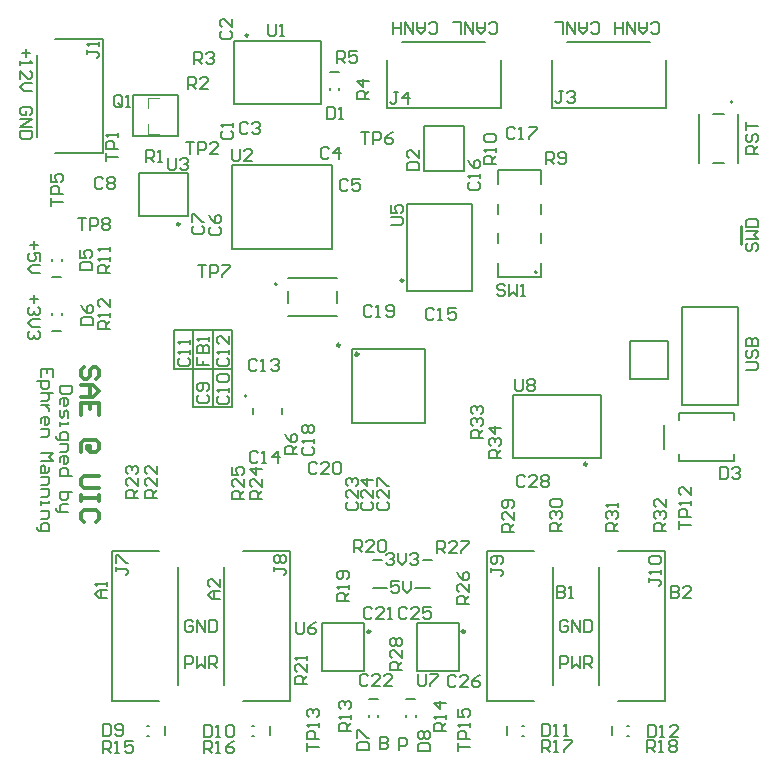
<source format=gbr>
%TF.GenerationSoftware,Altium Limited,Altium Designer,24.5.2 (23)*%
G04 Layer_Color=65535*
%FSLAX45Y45*%
%MOMM*%
%TF.SameCoordinates,627A3E5C-85DC-498E-B9C8-82595492641C*%
%TF.FilePolarity,Positive*%
%TF.FileFunction,Legend,Top*%
%TF.Part,Single*%
G01*
G75*
%TA.AperFunction,NonConductor*%
%ADD73C,0.20000*%
%ADD74C,0.25400*%
%ADD75C,0.25000*%
%ADD76C,0.30000*%
%ADD77C,0.12700*%
%ADD78C,0.20320*%
%ADD79C,0.00000*%
%ADD80C,0.15000*%
%ADD81C,0.30480*%
D73*
X4431300Y4137100D02*
G03*
X4431300Y4137100I-10000J0D01*
G01*
X2232380Y4036840D02*
G03*
X2232380Y4036840I-10000J0D01*
G01*
X6089000Y5580500D02*
G03*
X6089000Y5580500I-10000J0D01*
G01*
X1977288Y3089555D02*
G03*
X1977288Y3089555I-10000J0D01*
G01*
D74*
X1986896Y6144260D02*
G03*
X1986896Y6144260I-10776J0D01*
G01*
X1407776Y4544060D02*
G03*
X1407776Y4544060I-10776J0D01*
G01*
X6159500Y4373879D02*
X6159500Y4526280D01*
X6159500Y4373879D02*
X6159500Y4526280D01*
D75*
X3301800Y4069080D02*
G03*
X3301800Y4069080I-12500J0D01*
G01*
X3021500Y1095200D02*
G03*
X3021500Y1095200I-12500J0D01*
G01*
X4856280Y2512060D02*
G03*
X4856280Y2512060I-12500J0D01*
G01*
X2765000Y3520000D02*
G03*
X2765000Y3520000I-12500J0D01*
G01*
X3821600Y1095200D02*
G03*
X3821600Y1095200I-12500J0D01*
G01*
D76*
X2918300Y3441700D02*
G03*
X2918300Y3441700I-10000J0D01*
G01*
D77*
X5217160Y3553460D02*
X5542280D01*
X5217160Y3235960D02*
Y3553460D01*
Y3235960D02*
X5542280D01*
Y3553460D01*
X1358900Y3314700D02*
Y3644900D01*
X1524000D01*
X1689100D01*
X1524000Y3314700D02*
Y3644900D01*
X1689100Y3314700D02*
Y3644900D01*
X1854200D01*
Y3314700D02*
Y3644900D01*
X1689100Y2997200D02*
Y3314700D01*
X1524000Y2997200D02*
Y3314700D01*
Y2997200D02*
X1854200D01*
Y3314700D01*
X1358900D02*
X1854200D01*
X4105600Y4632601D02*
Y4718600D01*
X4465600Y4632601D02*
Y4718600D01*
X4105600Y4382600D02*
Y4468600D01*
X4465600Y4382600D02*
Y4468600D01*
X4105600Y4100600D02*
X4465600D01*
Y4218600D01*
Y4882600D02*
Y5000600D01*
X4105600Y5000601D02*
X4465600Y5000600D01*
X4105600Y4882600D02*
X4105600Y5000601D01*
X4105600Y4218600D02*
X4105600Y4100600D01*
X5637400Y2543200D02*
X6097400Y2543200D01*
X5637400Y2943200D02*
X6097400D01*
Y2543200D02*
Y2599350D01*
X5637400Y2543200D02*
Y2599350D01*
X6097400Y2887050D02*
Y2943200D01*
X5637400Y2887050D02*
Y2943200D01*
X5511800Y2641600D02*
X5511800Y2844800D01*
X4231640Y3098800D02*
X4973320D01*
X4231640Y2560320D02*
Y3098800D01*
X4973320Y2560320D02*
Y3098800D01*
X4231640Y2560320D02*
X4973320D01*
X3472180Y4993640D02*
Y5374640D01*
Y4993640D02*
X3812540D01*
Y5374640D01*
X3472180D02*
X3812540D01*
X3332480Y3975100D02*
Y4711700D01*
Y3975100D02*
X3881120D01*
Y4711700D01*
X3332480D02*
X3881120D01*
X1016000Y5288280D02*
Y5633720D01*
Y5288280D02*
X1397000D01*
Y5633720D01*
X1016000D02*
X1397000D01*
X1866900Y5565140D02*
Y6098540D01*
Y5565140D02*
X2603500D01*
Y6098540D01*
X1866900D02*
X2603500D01*
X1851660Y4330700D02*
Y5046980D01*
Y4330700D02*
X2700020D01*
Y5046980D01*
X1851660D02*
X2700020D01*
X1061720Y4610100D02*
Y4978400D01*
Y4610100D02*
X1480820D01*
Y4978400D01*
X1061720D02*
X1480820D01*
X1942000Y510500D02*
X2342000D01*
X1942000Y1775500D02*
X2342000D01*
Y510500D02*
Y1775500D01*
X1785000Y643000D02*
Y1643000D01*
X2971800Y762000D02*
Y1168400D01*
X2616200Y762000D02*
Y1168400D01*
X2971800Y1168400D01*
X2616200Y762000D02*
X2971800Y762000D01*
X2742380Y3876840D02*
Y3976840D01*
X2322380Y3876840D02*
Y3976840D01*
Y3764840D02*
X2742380D01*
X2322380Y4088840D02*
X2742380D01*
X5919000Y5060500D02*
X6019000D01*
X5919000Y5480500D02*
X6019000D01*
X5807000Y5060500D02*
Y5480500D01*
X6131000Y5060500D02*
Y5480500D01*
X197500Y5278500D02*
Y5978500D01*
X754500Y5146000D02*
Y6111000D01*
X354500D02*
X754500D01*
X354500Y5146000D02*
X754500D01*
X2677800Y5681600D02*
Y5697600D01*
X2757800Y5697600D02*
X2757800Y5681600D01*
X2679700Y5831840D02*
X2755900D01*
X2865000Y2865000D02*
X3485000D01*
X2865000Y3485000D02*
X3485000Y3485000D01*
Y2865000D02*
Y3485000D01*
X2865000Y2865000D02*
Y3485000D01*
X2025485Y2936832D02*
X2025485Y2990832D01*
X2275485Y2936832D02*
Y2990832D01*
X3416300Y762000D02*
X3771900Y762000D01*
X3416300Y1168400D02*
X3771900Y1168400D01*
X3416300Y762000D02*
X3416300Y1168400D01*
X3771900Y762000D02*
Y1168400D01*
X4689500Y6089000D02*
X5389500D01*
X4557000Y5532000D02*
X5522000D01*
Y5932000D01*
X4557000D02*
X4557000Y5532000D01*
X3292500Y6089000D02*
X3992500D01*
X3160000Y5532000D02*
X4125000D01*
Y5932000D01*
X3160000Y5532000D02*
Y5932000D01*
X1390000Y643000D02*
Y1643000D01*
X833000Y510500D02*
Y1775500D01*
Y510500D02*
X1233000D01*
X833000Y1775500D02*
X1233000D01*
X4565000Y643000D02*
Y1643000D01*
X4008000Y510500D02*
Y1775500D01*
Y510500D02*
X4408000D01*
X4008000Y1775500D02*
X4408000D01*
X4960000Y643000D02*
Y1643000D01*
X5517000Y510500D02*
Y1775500D01*
X5117000D02*
X5517000D01*
X5117000Y510500D02*
X5517000D01*
X408300Y4249800D02*
X408300Y4233800D01*
X328300Y4233800D02*
Y4249800D01*
X330200Y4099560D02*
X406400D01*
X408300Y3776600D02*
Y3792600D01*
X328300Y3776600D02*
Y3792600D01*
X330200Y3642360D02*
X406400D01*
X3008000Y373000D02*
Y389000D01*
X3088000Y373000D02*
Y389000D01*
X3009900Y523240D02*
X3086100D01*
X3325500Y373000D02*
Y389000D01*
X3405500Y373000D02*
Y389000D01*
X3327400Y523240D02*
X3403600D01*
X1285240Y215900D02*
Y292100D01*
X1135000Y214000D02*
X1151000D01*
X1135000Y294000D02*
X1151000D01*
X2174240Y215900D02*
Y292100D01*
X2024000Y214000D02*
X2040000D01*
X2024000Y294000D02*
X2040000D01*
X4175760Y215900D02*
Y292100D01*
X4310000Y294000D02*
X4326000D01*
X4310000Y214000D02*
X4326000D01*
X5064760Y215900D02*
Y292100D01*
X5199000Y294000D02*
X5215000D01*
X5199000Y214000D02*
X5215000D01*
D78*
X3403600Y1460500D02*
X3530600D01*
X3048000D02*
X3162300D01*
X3467100Y1701800D02*
X3543300D01*
X3048000D02*
X3124200D01*
X3263031Y1518887D02*
X3195320D01*
Y1468103D01*
X3229176Y1485031D01*
X3246103D01*
X3263031Y1468103D01*
Y1434248D01*
X3246103Y1417320D01*
X3212248D01*
X3195320Y1434248D01*
X3296887Y1518887D02*
Y1451176D01*
X3330743Y1417320D01*
X3364599Y1451176D01*
Y1518887D01*
X3157220Y1743259D02*
X3174148Y1760187D01*
X3208003D01*
X3224931Y1743259D01*
Y1726331D01*
X3208003Y1709403D01*
X3191076D01*
X3208003D01*
X3224931Y1692476D01*
Y1675548D01*
X3208003Y1658620D01*
X3174148D01*
X3157220Y1675548D01*
X3258787Y1760187D02*
Y1692476D01*
X3292643Y1658620D01*
X3326499Y1692476D01*
Y1760187D01*
X3360354Y1743259D02*
X3377282Y1760187D01*
X3411138D01*
X3428066Y1743259D01*
Y1726331D01*
X3411138Y1709403D01*
X3394210D01*
X3411138D01*
X3428066Y1692476D01*
Y1675548D01*
X3411138Y1658620D01*
X3377282D01*
X3360354Y1675548D01*
X6202713Y3309620D02*
X6287352D01*
X6304280Y3326548D01*
Y3360403D01*
X6287352Y3377331D01*
X6202713D01*
X6219641Y3478899D02*
X6202713Y3461971D01*
Y3428115D01*
X6219641Y3411187D01*
X6236569D01*
X6253497Y3428115D01*
Y3461971D01*
X6270424Y3478899D01*
X6287352D01*
X6304280Y3461971D01*
Y3428115D01*
X6287352Y3411187D01*
X6202713Y3512754D02*
X6304280D01*
Y3563538D01*
X6287352Y3580466D01*
X6270424D01*
X6253497Y3563538D01*
Y3512754D01*
Y3563538D01*
X6236569Y3580466D01*
X6219641D01*
X6202713Y3563538D01*
Y3512754D01*
X6219641Y4380631D02*
X6202713Y4363703D01*
Y4329848D01*
X6219641Y4312920D01*
X6236569D01*
X6253497Y4329848D01*
Y4363703D01*
X6270424Y4380631D01*
X6287352D01*
X6304280Y4363703D01*
Y4329848D01*
X6287352Y4312920D01*
X6202713Y4414487D02*
X6304280D01*
X6270424Y4448343D01*
X6304280Y4482199D01*
X6202713D01*
Y4516054D02*
X6304280D01*
Y4566838D01*
X6287352Y4583766D01*
X6219641D01*
X6202713Y4566838D01*
Y4516054D01*
X6304280Y5138420D02*
X6202713D01*
Y5189203D01*
X6219641Y5206131D01*
X6253497D01*
X6270424Y5189203D01*
Y5138420D01*
Y5172276D02*
X6304280Y5206131D01*
X6219641Y5307699D02*
X6202713Y5290771D01*
Y5256915D01*
X6219641Y5239987D01*
X6236569D01*
X6253497Y5256915D01*
Y5290771D01*
X6270424Y5307699D01*
X6287352D01*
X6304280Y5290771D01*
Y5256915D01*
X6287352Y5239987D01*
X6202713Y5341554D02*
Y5409266D01*
Y5375410D01*
X6304280D01*
X1455420Y782320D02*
Y883887D01*
X1506203D01*
X1523131Y866959D01*
Y833103D01*
X1506203Y816176D01*
X1455420D01*
X1556987Y883887D02*
Y782320D01*
X1590843Y816176D01*
X1624699Y782320D01*
Y883887D01*
X1658554Y782320D02*
Y883887D01*
X1709338D01*
X1726266Y866959D01*
Y833103D01*
X1709338Y816176D01*
X1658554D01*
X1692410D02*
X1726266Y782320D01*
X1523131Y1171759D02*
X1506203Y1188687D01*
X1472348D01*
X1455420Y1171759D01*
Y1104048D01*
X1472348Y1087120D01*
X1506203D01*
X1523131Y1104048D01*
Y1137903D01*
X1489276D01*
X1556987Y1087120D02*
Y1188687D01*
X1624699Y1087120D01*
Y1188687D01*
X1658554D02*
Y1087120D01*
X1709338D01*
X1726266Y1104048D01*
Y1171759D01*
X1709338Y1188687D01*
X1658554D01*
X4630420Y782320D02*
Y883887D01*
X4681203D01*
X4698131Y866959D01*
Y833103D01*
X4681203Y816176D01*
X4630420D01*
X4731987Y883887D02*
Y782320D01*
X4765843Y816176D01*
X4799699Y782320D01*
Y883887D01*
X4833554Y782320D02*
Y883887D01*
X4884338D01*
X4901266Y866959D01*
Y833103D01*
X4884338Y816176D01*
X4833554D01*
X4867410D02*
X4901266Y782320D01*
X4698131Y1171759D02*
X4681203Y1188687D01*
X4647348D01*
X4630420Y1171759D01*
Y1104048D01*
X4647348Y1087120D01*
X4681203D01*
X4698131Y1104048D01*
Y1137903D01*
X4664276D01*
X4731987Y1087120D02*
Y1188687D01*
X4799699Y1087120D01*
Y1188687D01*
X4833554D02*
Y1087120D01*
X4884338D01*
X4901266Y1104048D01*
Y1171759D01*
X4884338Y1188687D01*
X4833554D01*
X5398369Y6168841D02*
X5415297Y6151913D01*
X5449152D01*
X5466080Y6168841D01*
Y6236552D01*
X5449152Y6253480D01*
X5415297D01*
X5398369Y6236552D01*
X5364513Y6253480D02*
Y6185769D01*
X5330657Y6151913D01*
X5296801Y6185769D01*
Y6253480D01*
Y6202697D01*
X5364513D01*
X5262946Y6253480D02*
Y6151913D01*
X5195234Y6253480D01*
Y6151913D01*
X5161378D02*
Y6253480D01*
Y6202697D01*
X5093667D01*
Y6151913D01*
Y6253480D01*
X4890533Y6168841D02*
X4907460Y6151913D01*
X4941316D01*
X4958244Y6168841D01*
Y6236552D01*
X4941316Y6253480D01*
X4907460D01*
X4890533Y6236552D01*
X4856677Y6253480D02*
Y6185769D01*
X4822821Y6151913D01*
X4788965Y6185769D01*
Y6253480D01*
Y6202697D01*
X4856677D01*
X4755109Y6253480D02*
Y6151913D01*
X4687398Y6253480D01*
Y6151913D01*
X4653542D02*
Y6253480D01*
X4585831D01*
X4026769Y6168841D02*
X4043697Y6151913D01*
X4077552D01*
X4094480Y6168841D01*
Y6236552D01*
X4077552Y6253480D01*
X4043697D01*
X4026769Y6236552D01*
X3992913Y6253480D02*
Y6185769D01*
X3959057Y6151913D01*
X3925201Y6185769D01*
Y6253480D01*
Y6202697D01*
X3992913D01*
X3891346Y6253480D02*
Y6151913D01*
X3823634Y6253480D01*
Y6151913D01*
X3789778D02*
Y6253480D01*
X3722067D01*
X3518933Y6168841D02*
X3535860Y6151913D01*
X3569716D01*
X3586644Y6168841D01*
Y6236552D01*
X3569716Y6253480D01*
X3535860D01*
X3518933Y6236552D01*
X3485077Y6253480D02*
Y6185769D01*
X3451221Y6151913D01*
X3417365Y6185769D01*
Y6253480D01*
Y6202697D01*
X3485077D01*
X3383509Y6253480D02*
Y6151913D01*
X3315798Y6253480D01*
Y6151913D01*
X3281942D02*
Y6253480D01*
Y6202697D01*
X3214231D01*
Y6151913D01*
Y6253480D01*
X104123Y6024880D02*
Y5957169D01*
X137979Y5991024D02*
X70268D01*
X53340Y5923313D02*
Y5889457D01*
Y5906385D01*
X154907D01*
X137979Y5923313D01*
X53340Y5770962D02*
Y5838673D01*
X121051Y5770962D01*
X137979D01*
X154907Y5787890D01*
Y5821746D01*
X137979Y5838673D01*
X154907Y5737106D02*
X87196D01*
X53340Y5703250D01*
X87196Y5669395D01*
X154907D01*
X137979Y5466260D02*
X154907Y5483188D01*
Y5517044D01*
X137979Y5533972D01*
X70268D01*
X53340Y5517044D01*
Y5483188D01*
X70268Y5466260D01*
X104123D01*
Y5500116D01*
X53340Y5432404D02*
X154907D01*
X53340Y5364693D01*
X154907D01*
Y5330837D02*
X53340D01*
Y5280054D01*
X70268Y5263126D01*
X137979D01*
X154907Y5280054D01*
Y5330837D01*
X172703Y4399280D02*
Y4331569D01*
X206559Y4365424D02*
X138848D01*
X223487Y4230001D02*
Y4297713D01*
X172703D01*
X189631Y4263857D01*
Y4246929D01*
X172703Y4230001D01*
X138848D01*
X121920Y4246929D01*
Y4280785D01*
X138848Y4297713D01*
X223487Y4196146D02*
X155776D01*
X121920Y4162290D01*
X155776Y4128434D01*
X223487D01*
X172703Y3942080D02*
Y3874369D01*
X206559Y3908224D02*
X138848D01*
X206559Y3840513D02*
X223487Y3823585D01*
Y3789729D01*
X206559Y3772801D01*
X189631D01*
X172703Y3789729D01*
Y3806657D01*
Y3789729D01*
X155776Y3772801D01*
X138848D01*
X121920Y3789729D01*
Y3823585D01*
X138848Y3840513D01*
X223487Y3738946D02*
X155776D01*
X121920Y3705090D01*
X155776Y3671234D01*
X223487D01*
X206559Y3637378D02*
X223487Y3620450D01*
Y3586595D01*
X206559Y3569667D01*
X189631D01*
X172703Y3586595D01*
Y3603523D01*
Y3586595D01*
X155776Y3569667D01*
X138848D01*
X121920Y3586595D01*
Y3620450D01*
X138848Y3637378D01*
X496103Y3169920D02*
X394536D01*
Y3119137D01*
X411463Y3102209D01*
X479175D01*
X496103Y3119137D01*
Y3169920D01*
X394536Y3017569D02*
Y3051425D01*
X411463Y3068353D01*
X445319D01*
X462247Y3051425D01*
Y3017569D01*
X445319Y3000641D01*
X428391D01*
Y3068353D01*
X394536Y2966786D02*
Y2916002D01*
X411463Y2899074D01*
X428391Y2916002D01*
Y2949858D01*
X445319Y2966786D01*
X462247Y2949858D01*
Y2899074D01*
X394536Y2865218D02*
Y2831363D01*
Y2848290D01*
X462247D01*
Y2865218D01*
X360680Y2746723D02*
Y2729795D01*
X377608Y2712868D01*
X462247D01*
Y2763651D01*
X445319Y2780579D01*
X411463D01*
X394536Y2763651D01*
Y2712868D01*
Y2679012D02*
X462247D01*
Y2628228D01*
X445319Y2611300D01*
X394536D01*
Y2526661D02*
Y2560517D01*
X411463Y2577444D01*
X445319D01*
X462247Y2560517D01*
Y2526661D01*
X445319Y2509733D01*
X428391D01*
Y2577444D01*
X496103Y2408166D02*
X394536D01*
Y2458949D01*
X411463Y2475877D01*
X445319D01*
X462247Y2458949D01*
Y2408166D01*
X496103Y2272743D02*
X394536D01*
Y2221959D01*
X411463Y2205031D01*
X428391D01*
X445319D01*
X462247Y2221959D01*
Y2272743D01*
Y2171175D02*
X411463D01*
X394536Y2154248D01*
Y2103464D01*
X377608D01*
X360680Y2120392D01*
Y2137320D01*
X394536Y2103464D02*
X462247D01*
X333543Y3246989D02*
Y3314700D01*
X231976D01*
Y3246989D01*
X282759Y3314700D02*
Y3280844D01*
X198120Y3213133D02*
X299687D01*
Y3162349D01*
X282759Y3145421D01*
X248903D01*
X231976Y3162349D01*
Y3213133D01*
X333543Y3111566D02*
X231976D01*
X282759D01*
X299687Y3094638D01*
Y3060782D01*
X282759Y3043854D01*
X231976D01*
X299687Y3009998D02*
X231976D01*
X265831D01*
X282759Y2993070D01*
X299687Y2976143D01*
Y2959215D01*
X231976Y2857648D02*
Y2891503D01*
X248903Y2908431D01*
X282759D01*
X299687Y2891503D01*
Y2857648D01*
X282759Y2840720D01*
X265831D01*
Y2908431D01*
X231976Y2806864D02*
X299687D01*
Y2756080D01*
X282759Y2739153D01*
X231976D01*
Y2603729D02*
X333543D01*
X299687Y2569874D01*
X333543Y2536018D01*
X231976D01*
X299687Y2485234D02*
Y2451379D01*
X282759Y2434451D01*
X231976D01*
Y2485234D01*
X248903Y2502162D01*
X265831Y2485234D01*
Y2434451D01*
X231976Y2400595D02*
X299687D01*
Y2349811D01*
X282759Y2332884D01*
X231976D01*
Y2299028D02*
X299687D01*
Y2248244D01*
X282759Y2231316D01*
X231976D01*
Y2197460D02*
Y2163605D01*
Y2180533D01*
X299687D01*
Y2197460D01*
X231976Y2112821D02*
X299687D01*
Y2062038D01*
X282759Y2045110D01*
X231976D01*
X198120Y1977398D02*
Y1960470D01*
X215048Y1943542D01*
X299687D01*
Y1994326D01*
X282759Y2011254D01*
X248903D01*
X231976Y1994326D01*
Y1943542D01*
X5570220Y1480787D02*
Y1379220D01*
X5621003D01*
X5637931Y1396148D01*
Y1413076D01*
X5621003Y1430003D01*
X5570220D01*
X5621003D01*
X5637931Y1446931D01*
Y1463859D01*
X5621003Y1480787D01*
X5570220D01*
X5739499Y1379220D02*
X5671787D01*
X5739499Y1446931D01*
Y1463859D01*
X5722571Y1480787D01*
X5688715D01*
X5671787Y1463859D01*
X4605020Y1480787D02*
Y1379220D01*
X4655803D01*
X4672731Y1396148D01*
Y1413076D01*
X4655803Y1430003D01*
X4605020D01*
X4655803D01*
X4672731Y1446931D01*
Y1463859D01*
X4655803Y1480787D01*
X4605020D01*
X4706587Y1379220D02*
X4740443D01*
X4723515D01*
Y1480787D01*
X4706587Y1463859D01*
X1744980Y1366520D02*
X1677269D01*
X1643413Y1400376D01*
X1677269Y1434231D01*
X1744980D01*
X1694197D01*
Y1366520D01*
X1744980Y1535799D02*
Y1468087D01*
X1677269Y1535799D01*
X1660341D01*
X1643413Y1518871D01*
Y1485015D01*
X1660341Y1468087D01*
X792480Y1379220D02*
X724769D01*
X690913Y1413076D01*
X724769Y1446931D01*
X792480D01*
X741697D01*
Y1379220D01*
X792480Y1480787D02*
Y1514643D01*
Y1497715D01*
X690913D01*
X707841Y1480787D01*
X3103880Y198087D02*
Y96520D01*
X3154663D01*
X3171591Y113448D01*
Y130376D01*
X3154663Y147303D01*
X3103880D01*
X3154663D01*
X3171591Y164231D01*
Y181159D01*
X3154663Y198087D01*
X3103880D01*
X3263900Y93980D02*
Y195547D01*
X3314683D01*
X3331611Y178619D01*
Y144763D01*
X3314683Y127836D01*
X3263900D01*
X1561297Y4201144D02*
X1629008D01*
X1595153D01*
Y4099577D01*
X1662864D02*
Y4201144D01*
X1713648D01*
X1730576Y4184216D01*
Y4150360D01*
X1713648Y4133432D01*
X1662864D01*
X1764432Y4201144D02*
X1832143D01*
Y4184216D01*
X1764432Y4116504D01*
Y4099577D01*
X3012423Y5607501D02*
X2910856D01*
Y5658284D01*
X2927784Y5675212D01*
X2961640D01*
X2978568Y5658284D01*
Y5607501D01*
Y5641357D02*
X3012423Y5675212D01*
Y5759852D02*
X2910856D01*
X2961640Y5709068D01*
Y5776779D01*
X3764296Y83877D02*
Y151589D01*
Y117733D01*
X3865863D01*
Y185445D02*
X3764296D01*
Y236228D01*
X3781224Y253156D01*
X3815080D01*
X3832008Y236228D01*
Y185445D01*
X3865863Y287012D02*
Y320868D01*
Y303940D01*
X3764296D01*
X3781224Y287012D01*
X3764296Y439363D02*
Y371651D01*
X3815080D01*
X3798152Y405507D01*
Y422435D01*
X3815080Y439363D01*
X3848936D01*
X3865863Y422435D01*
Y388579D01*
X3848936Y371651D01*
X2481596Y86418D02*
Y154129D01*
Y120273D01*
X2583163D01*
Y187985D02*
X2481596D01*
Y238768D01*
X2498524Y255696D01*
X2532380D01*
X2549308Y238768D01*
Y187985D01*
X2583163Y289552D02*
Y323408D01*
Y306480D01*
X2481596D01*
X2498524Y289552D01*
Y374192D02*
X2481596Y391119D01*
Y424975D01*
X2498524Y441903D01*
X2515452D01*
X2532380Y424975D01*
Y408047D01*
Y424975D01*
X2549308Y441903D01*
X2566235D01*
X2583163Y424975D01*
Y391119D01*
X2566235Y374192D01*
X5631196Y1966017D02*
Y2033729D01*
Y1999873D01*
X5732763D01*
Y2067585D02*
X5631196D01*
Y2118368D01*
X5648124Y2135296D01*
X5681980D01*
X5698908Y2118368D01*
Y2067585D01*
X5732763Y2169152D02*
Y2203008D01*
Y2186080D01*
X5631196D01*
X5648124Y2169152D01*
X5732763Y2321503D02*
Y2253791D01*
X5665052Y2321503D01*
X5648124D01*
X5631196Y2304575D01*
Y2270719D01*
X5648124Y2253791D01*
X545297Y4594844D02*
X613008D01*
X579153D01*
Y4493277D01*
X646864D02*
Y4594844D01*
X697648D01*
X714576Y4577916D01*
Y4544060D01*
X697648Y4527132D01*
X646864D01*
X748432Y4577916D02*
X765359Y4594844D01*
X799215D01*
X816143Y4577916D01*
Y4560988D01*
X799215Y4544060D01*
X816143Y4527132D01*
Y4510204D01*
X799215Y4493277D01*
X765359D01*
X748432Y4510204D01*
Y4527132D01*
X765359Y4544060D01*
X748432Y4560988D01*
Y4577916D01*
X765359Y4544060D02*
X799215D01*
X2945597Y5321284D02*
X3013308D01*
X2979453D01*
Y5219717D01*
X3047164D02*
Y5321284D01*
X3097948D01*
X3114876Y5304356D01*
Y5270500D01*
X3097948Y5253572D01*
X3047164D01*
X3216443Y5321284D02*
X3182587Y5304356D01*
X3148732Y5270500D01*
Y5236644D01*
X3165659Y5219717D01*
X3199515D01*
X3216443Y5236644D01*
Y5253572D01*
X3199515Y5270500D01*
X3148732D01*
X317516Y4700737D02*
Y4768449D01*
Y4734593D01*
X419083D01*
Y4802305D02*
X317516D01*
Y4853088D01*
X334444Y4870016D01*
X368300D01*
X385228Y4853088D01*
Y4802305D01*
X317516Y4971583D02*
Y4903872D01*
X368300D01*
X351372Y4937727D01*
Y4954655D01*
X368300Y4971583D01*
X402155D01*
X419083Y4954655D01*
Y4920800D01*
X402155Y4903872D01*
X1457157Y5242544D02*
X1524868D01*
X1491013D01*
Y5140977D01*
X1558724D02*
Y5242544D01*
X1609508D01*
X1626436Y5225616D01*
Y5191760D01*
X1609508Y5174832D01*
X1558724D01*
X1728003Y5140977D02*
X1660292D01*
X1728003Y5208688D01*
Y5225616D01*
X1711075Y5242544D01*
X1677219D01*
X1660292Y5225616D01*
X784876Y5080885D02*
Y5148596D01*
Y5114741D01*
X886443D01*
Y5182452D02*
X784876D01*
Y5233236D01*
X801804Y5250163D01*
X835660D01*
X852588Y5233236D01*
Y5182452D01*
X886443Y5284019D02*
Y5317875D01*
Y5300947D01*
X784876D01*
X801804Y5284019D01*
X3289283Y771357D02*
X3187716D01*
Y822141D01*
X3204644Y839068D01*
X3238500D01*
X3255428Y822141D01*
Y771357D01*
Y805213D02*
X3289283Y839068D01*
Y940636D02*
Y872924D01*
X3221572Y940636D01*
X3204644D01*
X3187716Y923708D01*
Y889852D01*
X3204644Y872924D01*
Y974492D02*
X3187716Y991419D01*
Y1025275D01*
X3204644Y1042203D01*
X3221572D01*
X3238500Y1025275D01*
X3255428Y1042203D01*
X3272356D01*
X3289283Y1025275D01*
Y991419D01*
X3272356Y974492D01*
X3255428D01*
X3238500Y991419D01*
X3221572Y974492D01*
X3204644D01*
X3238500Y991419D02*
Y1025275D01*
X3583137Y1757697D02*
Y1859264D01*
X3633921D01*
X3650848Y1842336D01*
Y1808480D01*
X3633921Y1791552D01*
X3583137D01*
X3616993D02*
X3650848Y1757697D01*
X3752416D02*
X3684704D01*
X3752416Y1825408D01*
Y1842336D01*
X3735488Y1859264D01*
X3701632D01*
X3684704Y1842336D01*
X3786272Y1859264D02*
X3853983D01*
Y1842336D01*
X3786272Y1774624D01*
Y1757697D01*
X3858243Y1327617D02*
X3756676D01*
Y1378401D01*
X3773604Y1395328D01*
X3807460D01*
X3824388Y1378401D01*
Y1327617D01*
Y1361473D02*
X3858243Y1395328D01*
Y1496896D02*
Y1429184D01*
X3790532Y1496896D01*
X3773604D01*
X3756676Y1479968D01*
Y1446112D01*
X3773604Y1429184D01*
X3756676Y1598463D02*
X3773604Y1564607D01*
X3807460Y1530752D01*
X3841316D01*
X3858243Y1547679D01*
Y1581535D01*
X3841316Y1598463D01*
X3824388D01*
X3807460Y1581535D01*
Y1530752D01*
X2481563Y648585D02*
X2379996D01*
Y699368D01*
X2396924Y716296D01*
X2430780D01*
X2447708Y699368D01*
Y648585D01*
Y682441D02*
X2481563Y716296D01*
Y817863D02*
Y750152D01*
X2413852Y817863D01*
X2396924D01*
X2379996Y800936D01*
Y767080D01*
X2396924Y750152D01*
X2481563Y851719D02*
Y885575D01*
Y868647D01*
X2379996D01*
X2396924Y851719D01*
X2879557Y1765317D02*
Y1866884D01*
X2930341D01*
X2947268Y1849956D01*
Y1816100D01*
X2930341Y1799172D01*
X2879557D01*
X2913413D02*
X2947268Y1765317D01*
X3048836D02*
X2981124D01*
X3048836Y1833028D01*
Y1849956D01*
X3031908Y1866884D01*
X2998052D01*
X2981124Y1849956D01*
X3082692D02*
X3099619Y1866884D01*
X3133475D01*
X3150403Y1849956D01*
Y1782244D01*
X3133475Y1765317D01*
X3099619D01*
X3082692Y1782244D01*
Y1849956D01*
X2832952Y4905576D02*
X2816024Y4922504D01*
X2782169D01*
X2765241Y4905576D01*
Y4837864D01*
X2782169Y4820937D01*
X2816024D01*
X2832952Y4837864D01*
X2934519Y4922504D02*
X2866808D01*
Y4871720D01*
X2900664Y4888648D01*
X2917592D01*
X2934519Y4871720D01*
Y4837864D01*
X2917592Y4820937D01*
X2883736D01*
X2866808Y4837864D01*
X2670392Y5177356D02*
X2653464Y5194284D01*
X2619609D01*
X2602681Y5177356D01*
Y5109644D01*
X2619609Y5092717D01*
X2653464D01*
X2670392Y5109644D01*
X2755032Y5092717D02*
Y5194284D01*
X2704248Y5143500D01*
X2771959D01*
X4246061Y3235944D02*
Y3151304D01*
X4262989Y3134377D01*
X4296844D01*
X4313772Y3151304D01*
Y3235944D01*
X4347628Y3219016D02*
X4364556Y3235944D01*
X4398412D01*
X4415339Y3219016D01*
Y3202088D01*
X4398412Y3185160D01*
X4415339Y3168232D01*
Y3151304D01*
X4398412Y3134377D01*
X4364556D01*
X4347628Y3151304D01*
Y3168232D01*
X4364556Y3185160D01*
X4347628Y3202088D01*
Y3219016D01*
X4364556Y3185160D02*
X4398412D01*
X3428181Y734044D02*
Y649404D01*
X3445109Y632477D01*
X3478964D01*
X3495892Y649404D01*
Y734044D01*
X3529748D02*
X3597459D01*
Y717116D01*
X3529748Y649404D01*
Y632477D01*
X2394401Y1176004D02*
Y1091364D01*
X2411329Y1074437D01*
X2445184D01*
X2462112Y1091364D01*
Y1176004D01*
X2563679D02*
X2529824Y1159076D01*
X2495968Y1125220D01*
Y1091364D01*
X2512896Y1074437D01*
X2546752D01*
X2563679Y1091364D01*
Y1108292D01*
X2546752Y1125220D01*
X2495968D01*
X3192796Y4540701D02*
X3277436D01*
X3294363Y4557629D01*
Y4591484D01*
X3277436Y4608412D01*
X3192796D01*
Y4709979D02*
Y4642268D01*
X3243580D01*
X3226652Y4676124D01*
Y4693052D01*
X3243580Y4709979D01*
X3277436D01*
X3294363Y4693052D01*
Y4659196D01*
X3277436Y4642268D01*
X1307281Y5107924D02*
Y5023284D01*
X1324209Y5006357D01*
X1358064D01*
X1374992Y5023284D01*
Y5107924D01*
X1408848Y5090996D02*
X1425776Y5107924D01*
X1459632D01*
X1476559Y5090996D01*
Y5074068D01*
X1459632Y5057140D01*
X1442704D01*
X1459632D01*
X1476559Y5040212D01*
Y5023284D01*
X1459632Y5006357D01*
X1425776D01*
X1408848Y5023284D01*
X1853381Y5179044D02*
Y5094404D01*
X1870309Y5077477D01*
X1904164D01*
X1921092Y5094404D01*
Y5179044D01*
X2022659Y5077477D02*
X1954948D01*
X2022659Y5145188D01*
Y5162116D01*
X2005732Y5179044D01*
X1971876D01*
X1954948Y5162116D01*
X2152249Y6235684D02*
Y6151044D01*
X2169177Y6134117D01*
X2203032D01*
X2219960Y6151044D01*
Y6235684D01*
X2253816Y6134117D02*
X2287672D01*
X2270744D01*
Y6235684D01*
X2253816Y6218756D01*
X4160536Y4021656D02*
X4143608Y4038584D01*
X4109753D01*
X4092825Y4021656D01*
Y4004728D01*
X4109753Y3987800D01*
X4143608D01*
X4160536Y3970872D01*
Y3953944D01*
X4143608Y3937017D01*
X4109753D01*
X4092825Y3953944D01*
X4194392Y4038584D02*
Y3937017D01*
X4228248Y3970872D01*
X4262103Y3937017D01*
Y4038584D01*
X4295959Y3937017D02*
X4329815D01*
X4312887D01*
Y4038584D01*
X4295959Y4021656D01*
X4127483Y2564597D02*
X4025916D01*
Y2615381D01*
X4042844Y2632309D01*
X4076700D01*
X4093628Y2615381D01*
Y2564597D01*
Y2598453D02*
X4127483Y2632309D01*
X4042844Y2666165D02*
X4025916Y2683092D01*
Y2716948D01*
X4042844Y2733876D01*
X4059772D01*
X4076700Y2716948D01*
Y2700020D01*
Y2716948D01*
X4093628Y2733876D01*
X4110555D01*
X4127483Y2716948D01*
Y2683092D01*
X4110555Y2666165D01*
X4127483Y2818515D02*
X4025916D01*
X4076700Y2767732D01*
Y2835443D01*
X3977623Y2729697D02*
X3876056D01*
Y2780481D01*
X3892984Y2797409D01*
X3926840D01*
X3943768Y2780481D01*
Y2729697D01*
Y2763553D02*
X3977623Y2797409D01*
X3892984Y2831265D02*
X3876056Y2848192D01*
Y2882048D01*
X3892984Y2898976D01*
X3909912D01*
X3926840Y2882048D01*
Y2865120D01*
Y2882048D01*
X3943768Y2898976D01*
X3960695D01*
X3977623Y2882048D01*
Y2848192D01*
X3960695Y2831265D01*
X3892984Y2932832D02*
X3876056Y2949760D01*
Y2983615D01*
X3892984Y3000543D01*
X3909912D01*
X3926840Y2983615D01*
Y2966687D01*
Y2983615D01*
X3943768Y3000543D01*
X3960695D01*
X3977623Y2983615D01*
Y2949760D01*
X3960695Y2932832D01*
X5524483Y1944837D02*
X5422916D01*
Y1995621D01*
X5439844Y2012549D01*
X5473700D01*
X5490628Y1995621D01*
Y1944837D01*
Y1978693D02*
X5524483Y2012549D01*
X5439844Y2046405D02*
X5422916Y2063332D01*
Y2097188D01*
X5439844Y2114116D01*
X5456772D01*
X5473700Y2097188D01*
Y2080260D01*
Y2097188D01*
X5490628Y2114116D01*
X5507555D01*
X5524483Y2097188D01*
Y2063332D01*
X5507555Y2046405D01*
X5524483Y2215683D02*
Y2147972D01*
X5456772Y2215683D01*
X5439844D01*
X5422916Y2198755D01*
Y2164900D01*
X5439844Y2147972D01*
X5120623Y1943985D02*
X5019056D01*
Y1994769D01*
X5035984Y2011697D01*
X5069840D01*
X5086768Y1994769D01*
Y1943985D01*
Y1977841D02*
X5120623Y2011697D01*
X5035984Y2045552D02*
X5019056Y2062480D01*
Y2096336D01*
X5035984Y2113264D01*
X5052912D01*
X5069840Y2096336D01*
Y2079408D01*
Y2096336D01*
X5086768Y2113264D01*
X5103695D01*
X5120623Y2096336D01*
Y2062480D01*
X5103695Y2045552D01*
X5120623Y2147120D02*
Y2180975D01*
Y2164047D01*
X5019056D01*
X5035984Y2147120D01*
X4645643Y1947377D02*
X4544076D01*
Y1998161D01*
X4561004Y2015089D01*
X4594860D01*
X4611788Y1998161D01*
Y1947377D01*
Y1981233D02*
X4645643Y2015089D01*
X4561004Y2048945D02*
X4544076Y2065872D01*
Y2099728D01*
X4561004Y2116656D01*
X4577932D01*
X4594860Y2099728D01*
Y2082800D01*
Y2099728D01*
X4611788Y2116656D01*
X4628715D01*
X4645643Y2099728D01*
Y2065872D01*
X4628715Y2048945D01*
X4561004Y2150512D02*
X4544076Y2167440D01*
Y2201295D01*
X4561004Y2218223D01*
X4628715D01*
X4645643Y2201295D01*
Y2167440D01*
X4628715Y2150512D01*
X4561004D01*
X4236703Y1939757D02*
X4135136D01*
Y1990541D01*
X4152064Y2007469D01*
X4185920D01*
X4202848Y1990541D01*
Y1939757D01*
Y1973613D02*
X4236703Y2007469D01*
Y2109036D02*
Y2041325D01*
X4168992Y2109036D01*
X4152064D01*
X4135136Y2092108D01*
Y2058252D01*
X4152064Y2041325D01*
X4219775Y2142892D02*
X4236703Y2159820D01*
Y2193675D01*
X4219775Y2210603D01*
X4152064D01*
X4135136Y2193675D01*
Y2159820D01*
X4152064Y2142892D01*
X4168992D01*
X4185920Y2159820D01*
Y2210603D01*
X1948163Y2219157D02*
X1846596D01*
Y2269941D01*
X1863524Y2286869D01*
X1897380D01*
X1914308Y2269941D01*
Y2219157D01*
Y2253013D02*
X1948163Y2286869D01*
Y2388436D02*
Y2320725D01*
X1880452Y2388436D01*
X1863524D01*
X1846596Y2371508D01*
Y2337652D01*
X1863524Y2320725D01*
X1846596Y2490003D02*
Y2422292D01*
X1897380D01*
X1880452Y2456147D01*
Y2473075D01*
X1897380Y2490003D01*
X1931235D01*
X1948163Y2473075D01*
Y2439220D01*
X1931235Y2422292D01*
X2103103Y2219157D02*
X2001536D01*
Y2269941D01*
X2018464Y2286869D01*
X2052320D01*
X2069248Y2269941D01*
Y2219157D01*
Y2253013D02*
X2103103Y2286869D01*
Y2388436D02*
Y2320725D01*
X2035392Y2388436D01*
X2018464D01*
X2001536Y2371508D01*
Y2337652D01*
X2018464Y2320725D01*
X2103103Y2473075D02*
X2001536D01*
X2052320Y2422292D01*
Y2490003D01*
X1054083Y2229317D02*
X952516D01*
Y2280101D01*
X969444Y2297028D01*
X1003300D01*
X1020228Y2280101D01*
Y2229317D01*
Y2263173D02*
X1054083Y2297028D01*
Y2398596D02*
Y2330884D01*
X986372Y2398596D01*
X969444D01*
X952516Y2381668D01*
Y2347812D01*
X969444Y2330884D01*
Y2432452D02*
X952516Y2449379D01*
Y2483235D01*
X969444Y2500163D01*
X986372D01*
X1003300Y2483235D01*
Y2466307D01*
Y2483235D01*
X1020228Y2500163D01*
X1037156D01*
X1054083Y2483235D01*
Y2449379D01*
X1037156Y2432452D01*
X1211563Y2229317D02*
X1109996D01*
Y2280101D01*
X1126924Y2297028D01*
X1160780D01*
X1177708Y2280101D01*
Y2229317D01*
Y2263173D02*
X1211563Y2297028D01*
Y2398596D02*
Y2330884D01*
X1143852Y2398596D01*
X1126924D01*
X1109996Y2381668D01*
Y2347812D01*
X1126924Y2330884D01*
X1211563Y2500163D02*
Y2432452D01*
X1143852Y2500163D01*
X1126924D01*
X1109996Y2483235D01*
Y2449379D01*
X1126924Y2432452D01*
X2839703Y1356401D02*
X2738136D01*
Y1407185D01*
X2755064Y1424112D01*
X2788920D01*
X2805848Y1407185D01*
Y1356401D01*
Y1390257D02*
X2839703Y1424112D01*
Y1457968D02*
Y1491824D01*
Y1474896D01*
X2738136D01*
X2755064Y1457968D01*
X2822776Y1542608D02*
X2839703Y1559536D01*
Y1593391D01*
X2822776Y1610319D01*
X2755064D01*
X2738136Y1593391D01*
Y1559536D01*
X2755064Y1542608D01*
X2771992D01*
X2788920Y1559536D01*
Y1610319D01*
X5367061Y73677D02*
Y175244D01*
X5417845D01*
X5434772Y158316D01*
Y124460D01*
X5417845Y107532D01*
X5367061D01*
X5400917D02*
X5434772Y73677D01*
X5468628D02*
X5502484D01*
X5485556D01*
Y175244D01*
X5468628Y158316D01*
X5553268D02*
X5570196Y175244D01*
X5604051D01*
X5620979Y158316D01*
Y141388D01*
X5604051Y124460D01*
X5620979Y107532D01*
Y90604D01*
X5604051Y73677D01*
X5570196D01*
X5553268Y90604D01*
Y107532D01*
X5570196Y124460D01*
X5553268Y141388D01*
Y158316D01*
X5570196Y124460D02*
X5604051D01*
X4478061Y71137D02*
Y172704D01*
X4528845D01*
X4545772Y155776D01*
Y121920D01*
X4528845Y104992D01*
X4478061D01*
X4511917D02*
X4545772Y71137D01*
X4579628D02*
X4613484D01*
X4596556D01*
Y172704D01*
X4579628Y155776D01*
X4664268Y172704D02*
X4731979D01*
Y155776D01*
X4664268Y88064D01*
Y71137D01*
X1610401Y63517D02*
Y165084D01*
X1661185D01*
X1678112Y148156D01*
Y114300D01*
X1661185Y97372D01*
X1610401D01*
X1644257D02*
X1678112Y63517D01*
X1711968D02*
X1745824D01*
X1728896D01*
Y165084D01*
X1711968Y148156D01*
X1864319Y165084D02*
X1830463Y148156D01*
X1796608Y114300D01*
Y80444D01*
X1813536Y63517D01*
X1847391D01*
X1864319Y80444D01*
Y97372D01*
X1847391Y114300D01*
X1796608D01*
X762041Y66057D02*
Y167624D01*
X812825D01*
X829752Y150696D01*
Y116840D01*
X812825Y99912D01*
X762041D01*
X795897D02*
X829752Y66057D01*
X863608D02*
X897464D01*
X880536D01*
Y167624D01*
X863608Y150696D01*
X1015959Y167624D02*
X948248D01*
Y116840D01*
X982103Y133768D01*
X999031D01*
X1015959Y116840D01*
Y82984D01*
X999031Y66057D01*
X965176D01*
X948248Y82984D01*
X3662663Y248961D02*
X3561096D01*
Y299745D01*
X3578024Y316672D01*
X3611880D01*
X3628808Y299745D01*
Y248961D01*
Y282817D02*
X3662663Y316672D01*
Y350528D02*
Y384384D01*
Y367456D01*
X3561096D01*
X3578024Y350528D01*
X3662663Y485951D02*
X3561096D01*
X3611880Y435168D01*
Y502879D01*
X2857483Y248961D02*
X2755916D01*
Y299745D01*
X2772844Y316672D01*
X2806700D01*
X2823628Y299745D01*
Y248961D01*
Y282817D02*
X2857483Y316672D01*
Y350528D02*
Y384384D01*
Y367456D01*
X2755916D01*
X2772844Y350528D01*
Y435168D02*
X2755916Y452096D01*
Y485951D01*
X2772844Y502879D01*
X2789772D01*
X2806700Y485951D01*
Y469023D01*
Y485951D01*
X2823628Y502879D01*
X2840556D01*
X2857483Y485951D01*
Y452096D01*
X2840556Y435168D01*
X817863Y3657641D02*
X716296D01*
Y3708425D01*
X733224Y3725352D01*
X767080D01*
X784008Y3708425D01*
Y3657641D01*
Y3691497D02*
X817863Y3725352D01*
Y3759208D02*
Y3793064D01*
Y3776136D01*
X716296D01*
X733224Y3759208D01*
X817863Y3911559D02*
Y3843848D01*
X750152Y3911559D01*
X733224D01*
X716296Y3894631D01*
Y3860776D01*
X733224Y3843848D01*
X820403Y4131769D02*
X718836D01*
Y4182552D01*
X735764Y4199480D01*
X769620D01*
X786548Y4182552D01*
Y4131769D01*
Y4165625D02*
X820403Y4199480D01*
Y4233336D02*
Y4267192D01*
Y4250264D01*
X718836D01*
X735764Y4233336D01*
X820403Y4317976D02*
Y4351831D01*
Y4334903D01*
X718836D01*
X735764Y4317976D01*
X4084303Y5049561D02*
X3982736D01*
Y5100345D01*
X3999664Y5117272D01*
X4033520D01*
X4050448Y5100345D01*
Y5049561D01*
Y5083417D02*
X4084303Y5117272D01*
Y5151128D02*
Y5184984D01*
Y5168056D01*
X3982736D01*
X3999664Y5151128D01*
Y5235768D02*
X3982736Y5252696D01*
Y5286551D01*
X3999664Y5303479D01*
X4067376D01*
X4084303Y5286551D01*
Y5252696D01*
X4067376Y5235768D01*
X3999664D01*
X4505141Y5057157D02*
Y5158724D01*
X4555924D01*
X4572852Y5141796D01*
Y5107940D01*
X4555924Y5091012D01*
X4505141D01*
X4538997D02*
X4572852Y5057157D01*
X4606708Y5074084D02*
X4623636Y5057157D01*
X4657492D01*
X4674419Y5074084D01*
Y5141796D01*
X4657492Y5158724D01*
X4623636D01*
X4606708Y5141796D01*
Y5124868D01*
X4623636Y5107940D01*
X4674419D01*
X2400283Y2595061D02*
X2298716D01*
Y2645844D01*
X2315644Y2662772D01*
X2349500D01*
X2366428Y2645844D01*
Y2595061D01*
Y2628917D02*
X2400283Y2662772D01*
X2298716Y2764339D02*
X2315644Y2730484D01*
X2349500Y2696628D01*
X2383356D01*
X2400283Y2713556D01*
Y2747412D01*
X2383356Y2764339D01*
X2366428D01*
X2349500Y2747412D01*
Y2696628D01*
X2739841Y5908057D02*
Y6009624D01*
X2790624D01*
X2807552Y5992696D01*
Y5958840D01*
X2790624Y5941912D01*
X2739841D01*
X2773697D02*
X2807552Y5908057D01*
X2909119Y6009624D02*
X2841408D01*
Y5958840D01*
X2875264Y5975768D01*
X2892192D01*
X2909119Y5958840D01*
Y5924984D01*
X2892192Y5908057D01*
X2858336D01*
X2841408Y5924984D01*
X1528261Y5897897D02*
Y5999464D01*
X1579044D01*
X1595972Y5982536D01*
Y5948680D01*
X1579044Y5931752D01*
X1528261D01*
X1562117D02*
X1595972Y5897897D01*
X1629828Y5982536D02*
X1646756Y5999464D01*
X1680612D01*
X1697539Y5982536D01*
Y5965608D01*
X1680612Y5948680D01*
X1663684D01*
X1680612D01*
X1697539Y5931752D01*
Y5914824D01*
X1680612Y5897897D01*
X1646756D01*
X1629828Y5914824D01*
X1480001Y5684537D02*
Y5786104D01*
X1530784D01*
X1547712Y5769176D01*
Y5735320D01*
X1530784Y5718392D01*
X1480001D01*
X1513857D02*
X1547712Y5684537D01*
X1649279D02*
X1581568D01*
X1649279Y5752248D01*
Y5769176D01*
X1632352Y5786104D01*
X1598496D01*
X1581568Y5769176D01*
X1126089Y5069857D02*
Y5171424D01*
X1176872D01*
X1193800Y5154496D01*
Y5120640D01*
X1176872Y5103712D01*
X1126089D01*
X1159944D02*
X1193800Y5069857D01*
X1227656D02*
X1261512D01*
X1244584D01*
Y5171424D01*
X1227656Y5154496D01*
X916940Y5554144D02*
Y5621856D01*
X900012Y5638784D01*
X866157D01*
X849229Y5621856D01*
Y5554144D01*
X866157Y5537217D01*
X900012D01*
X883084Y5571072D02*
X916940Y5537217D01*
X900012D02*
X916940Y5554144D01*
X950796Y5537217D02*
X984652D01*
X967724D01*
Y5638784D01*
X950796Y5621856D01*
X5384816Y1548572D02*
Y1514717D01*
Y1531645D01*
X5469456D01*
X5486383Y1514717D01*
Y1497789D01*
X5469456Y1480861D01*
X5486383Y1582428D02*
Y1616284D01*
Y1599356D01*
X5384816D01*
X5401744Y1582428D01*
Y1667068D02*
X5384816Y1683996D01*
Y1717851D01*
X5401744Y1734779D01*
X5469456D01*
X5486383Y1717851D01*
Y1683996D01*
X5469456Y1667068D01*
X5401744D01*
X4043696Y1628992D02*
Y1595137D01*
Y1612064D01*
X4128336D01*
X4145263Y1595137D01*
Y1578209D01*
X4128336Y1561281D01*
Y1662848D02*
X4145263Y1679776D01*
Y1713632D01*
X4128336Y1730559D01*
X4060624D01*
X4043696Y1713632D01*
Y1679776D01*
X4060624Y1662848D01*
X4077552D01*
X4094480Y1679776D01*
Y1730559D01*
X2202196Y1639152D02*
Y1605297D01*
Y1622224D01*
X2286836D01*
X2303763Y1605297D01*
Y1588369D01*
X2286836Y1571441D01*
X2219124Y1673008D02*
X2202196Y1689936D01*
Y1723792D01*
X2219124Y1740719D01*
X2236052D01*
X2252980Y1723792D01*
X2269908Y1740719D01*
X2286836D01*
X2303763Y1723792D01*
Y1689936D01*
X2286836Y1673008D01*
X2269908D01*
X2252980Y1689936D01*
X2236052Y1673008D01*
X2219124D01*
X2252980Y1689936D02*
Y1723792D01*
X868696Y1644232D02*
Y1610377D01*
Y1627304D01*
X953336D01*
X970263Y1610377D01*
Y1593449D01*
X953336Y1576521D01*
X868696Y1678088D02*
Y1745799D01*
X885624D01*
X953336Y1678088D01*
X970263D01*
X3254592Y5666724D02*
X3220737D01*
X3237664D01*
Y5582084D01*
X3220737Y5565157D01*
X3203809D01*
X3186881Y5582084D01*
X3339232Y5565157D02*
Y5666724D01*
X3288448Y5615940D01*
X3356159D01*
X4656672Y5669264D02*
X4622817D01*
X4639744D01*
Y5584624D01*
X4622817Y5567697D01*
X4605889D01*
X4588961Y5584624D01*
X4690528Y5652336D02*
X4707456Y5669264D01*
X4741312D01*
X4758239Y5652336D01*
Y5635408D01*
X4741312Y5618480D01*
X4724384D01*
X4741312D01*
X4758239Y5601552D01*
Y5584624D01*
X4741312Y5567697D01*
X4707456D01*
X4690528Y5584624D01*
X624856Y6014720D02*
Y5980864D01*
Y5997792D01*
X709496D01*
X726423Y5980864D01*
Y5963937D01*
X709496Y5947009D01*
X726423Y6048576D02*
Y6082432D01*
Y6065504D01*
X624856D01*
X641784Y6048576D01*
X1554496Y3416316D02*
Y3348605D01*
X1605280D01*
Y3382461D01*
Y3348605D01*
X1656063D01*
X1554496Y3450172D02*
X1656063D01*
Y3500956D01*
X1639136Y3517883D01*
X1622208D01*
X1605280Y3500956D01*
Y3450172D01*
Y3500956D01*
X1588352Y3517883D01*
X1571424D01*
X1554496Y3500956D01*
Y3450172D01*
X1656063Y3551739D02*
Y3585595D01*
Y3568667D01*
X1554496D01*
X1571424Y3551739D01*
X5369601Y307324D02*
Y205757D01*
X5420385D01*
X5437312Y222684D01*
Y290396D01*
X5420385Y307324D01*
X5369601D01*
X5471168Y205757D02*
X5505024D01*
X5488096D01*
Y307324D01*
X5471168Y290396D01*
X5623519Y205757D02*
X5555808D01*
X5623519Y273468D01*
Y290396D01*
X5606591Y307324D01*
X5572736D01*
X5555808Y290396D01*
X4477209Y309864D02*
Y208297D01*
X4527992D01*
X4544920Y225224D01*
Y292936D01*
X4527992Y309864D01*
X4477209D01*
X4578776Y208297D02*
X4612632D01*
X4595704D01*
Y309864D01*
X4578776Y292936D01*
X4663416Y208297D02*
X4697271D01*
X4680343D01*
Y309864D01*
X4663416Y292936D01*
X1610401Y299704D02*
Y198137D01*
X1661185D01*
X1678112Y215064D01*
Y282776D01*
X1661185Y299704D01*
X1610401D01*
X1711968Y198137D02*
X1745824D01*
X1728896D01*
Y299704D01*
X1711968Y282776D01*
X1796608D02*
X1813536Y299704D01*
X1847391D01*
X1864319Y282776D01*
Y215064D01*
X1847391Y198137D01*
X1813536D01*
X1796608Y215064D01*
Y282776D01*
X758641Y314944D02*
Y213377D01*
X809424D01*
X826352Y230304D01*
Y298016D01*
X809424Y314944D01*
X758641D01*
X860208Y230304D02*
X877136Y213377D01*
X910992D01*
X927919Y230304D01*
Y298016D01*
X910992Y314944D01*
X877136D01*
X860208Y298016D01*
Y281088D01*
X877136Y264160D01*
X927919D01*
X3429016Y80461D02*
X3530583D01*
Y131244D01*
X3513656Y148172D01*
X3445944D01*
X3429016Y131244D01*
Y80461D01*
X3445944Y182028D02*
X3429016Y198956D01*
Y232812D01*
X3445944Y249739D01*
X3462872D01*
X3479800Y232812D01*
X3496728Y249739D01*
X3513656D01*
X3530583Y232812D01*
Y198956D01*
X3513656Y182028D01*
X3496728D01*
X3479800Y198956D01*
X3462872Y182028D01*
X3445944D01*
X3479800Y198956D02*
Y232812D01*
X2910856Y90621D02*
X3012423D01*
Y141404D01*
X2995496Y158332D01*
X2927784D01*
X2910856Y141404D01*
Y90621D01*
Y192188D02*
Y259899D01*
X2927784D01*
X2995496Y192188D01*
X3012423D01*
X571516Y3689801D02*
X673083D01*
Y3740584D01*
X656156Y3757512D01*
X588444D01*
X571516Y3740584D01*
Y3689801D01*
Y3859079D02*
X588444Y3825224D01*
X622300Y3791368D01*
X656156D01*
X673083Y3808296D01*
Y3842152D01*
X656156Y3859079D01*
X639228D01*
X622300Y3842152D01*
Y3791368D01*
X566436Y4154621D02*
X668003D01*
Y4205404D01*
X651076Y4222332D01*
X583364D01*
X566436Y4205404D01*
Y4154621D01*
Y4323899D02*
Y4256188D01*
X617220D01*
X600292Y4290044D01*
Y4306972D01*
X617220Y4323899D01*
X651076D01*
X668003Y4306972D01*
Y4273116D01*
X651076Y4256188D01*
X5980881Y2486644D02*
Y2385077D01*
X6031664D01*
X6048592Y2402004D01*
Y2469716D01*
X6031664Y2486644D01*
X5980881D01*
X6082448Y2469716D02*
X6099376Y2486644D01*
X6133232D01*
X6150159Y2469716D01*
Y2452788D01*
X6133232Y2435860D01*
X6116304D01*
X6133232D01*
X6150159Y2418932D01*
Y2402004D01*
X6133232Y2385077D01*
X6099376D01*
X6082448Y2402004D01*
X3329956Y5000441D02*
X3431523D01*
Y5051224D01*
X3414596Y5068152D01*
X3346884D01*
X3329956Y5051224D01*
Y5000441D01*
X3431523Y5169719D02*
Y5102008D01*
X3363812Y5169719D01*
X3346884D01*
X3329956Y5152792D01*
Y5118936D01*
X3346884Y5102008D01*
X2657709Y5539724D02*
Y5438157D01*
X2708492D01*
X2725420Y5455084D01*
Y5522796D01*
X2708492Y5539724D01*
X2657709D01*
X2759276Y5438157D02*
X2793132D01*
X2776204D01*
Y5539724D01*
X2759276Y5522796D01*
X4334108Y2406216D02*
X4317181Y2423144D01*
X4283325D01*
X4266397Y2406216D01*
Y2338504D01*
X4283325Y2321577D01*
X4317181D01*
X4334108Y2338504D01*
X4435676Y2321577D02*
X4367964D01*
X4435676Y2389288D01*
Y2406216D01*
X4418748Y2423144D01*
X4384892D01*
X4367964Y2406216D01*
X4469532D02*
X4486459Y2423144D01*
X4520315D01*
X4537243Y2406216D01*
Y2389288D01*
X4520315Y2372360D01*
X4537243Y2355432D01*
Y2338504D01*
X4520315Y2321577D01*
X4486459D01*
X4469532Y2338504D01*
Y2355432D01*
X4486459Y2372360D01*
X4469532Y2389288D01*
Y2406216D01*
X4486459Y2372360D02*
X4520315D01*
X3097964Y2187808D02*
X3081036Y2170881D01*
Y2137025D01*
X3097964Y2120097D01*
X3165676D01*
X3182603Y2137025D01*
Y2170881D01*
X3165676Y2187808D01*
X3182603Y2289376D02*
Y2221664D01*
X3114892Y2289376D01*
X3097964D01*
X3081036Y2272448D01*
Y2238592D01*
X3097964Y2221664D01*
X3081036Y2323232D02*
Y2390943D01*
X3097964D01*
X3165676Y2323232D01*
X3182603D01*
X2963344Y2187808D02*
X2946416Y2170881D01*
Y2137025D01*
X2963344Y2120097D01*
X3031056D01*
X3047983Y2137025D01*
Y2170881D01*
X3031056Y2187808D01*
X3047983Y2289376D02*
Y2221664D01*
X2980272Y2289376D01*
X2963344D01*
X2946416Y2272448D01*
Y2238592D01*
X2963344Y2221664D01*
X3047983Y2374015D02*
X2946416D01*
X2997200Y2323232D01*
Y2390943D01*
X3749908Y709496D02*
X3732981Y726424D01*
X3699125D01*
X3682197Y709496D01*
Y641784D01*
X3699125Y624857D01*
X3732981D01*
X3749908Y641784D01*
X3851476Y624857D02*
X3783764D01*
X3851476Y692568D01*
Y709496D01*
X3834548Y726424D01*
X3800692D01*
X3783764Y709496D01*
X3953043Y726424D02*
X3919187Y709496D01*
X3885332Y675640D01*
Y641784D01*
X3902259Y624857D01*
X3936115D01*
X3953043Y641784D01*
Y658712D01*
X3936115Y675640D01*
X3885332D01*
X3335888Y1283536D02*
X3318961Y1300464D01*
X3285105D01*
X3268177Y1283536D01*
Y1215824D01*
X3285105Y1198897D01*
X3318961D01*
X3335888Y1215824D01*
X3437456Y1198897D02*
X3369744D01*
X3437456Y1266608D01*
Y1283536D01*
X3420528Y1300464D01*
X3386672D01*
X3369744Y1283536D01*
X3539023Y1300464D02*
X3471312D01*
Y1249680D01*
X3505167Y1266608D01*
X3522095D01*
X3539023Y1249680D01*
Y1215824D01*
X3522095Y1198897D01*
X3488239D01*
X3471312Y1215824D01*
X2828724Y2187808D02*
X2811796Y2170881D01*
Y2137025D01*
X2828724Y2120097D01*
X2896436D01*
X2913363Y2137025D01*
Y2170881D01*
X2896436Y2187808D01*
X2913363Y2289376D02*
Y2221664D01*
X2845652Y2289376D01*
X2828724D01*
X2811796Y2272448D01*
Y2238592D01*
X2828724Y2221664D01*
Y2323232D02*
X2811796Y2340159D01*
Y2374015D01*
X2828724Y2390943D01*
X2845652D01*
X2862580Y2374015D01*
Y2357087D01*
Y2374015D01*
X2879508Y2390943D01*
X2896436D01*
X2913363Y2374015D01*
Y2340159D01*
X2896436Y2323232D01*
X2573888Y2512896D02*
X2556961Y2529824D01*
X2523105D01*
X2506177Y2512896D01*
Y2445184D01*
X2523105Y2428257D01*
X2556961D01*
X2573888Y2445184D01*
X2675456Y2428257D02*
X2607744D01*
X2675456Y2495968D01*
Y2512896D01*
X2658528Y2529824D01*
X2624672D01*
X2607744Y2512896D01*
X2709312D02*
X2726239Y2529824D01*
X2760095D01*
X2777023Y2512896D01*
Y2445184D01*
X2760095Y2428257D01*
X2726239D01*
X2709312Y2445184D01*
Y2512896D01*
X3000608Y717116D02*
X2983681Y734044D01*
X2949825D01*
X2932897Y717116D01*
Y649404D01*
X2949825Y632477D01*
X2983681D01*
X3000608Y649404D01*
X3102176Y632477D02*
X3034464D01*
X3102176Y700188D01*
Y717116D01*
X3085248Y734044D01*
X3051392D01*
X3034464Y717116D01*
X3203743Y632477D02*
X3136032D01*
X3203743Y700188D01*
Y717116D01*
X3186815Y734044D01*
X3152959D01*
X3136032Y717116D01*
X3037856Y1286076D02*
X3020928Y1303004D01*
X2987073D01*
X2970145Y1286076D01*
Y1218364D01*
X2987073Y1201437D01*
X3020928D01*
X3037856Y1218364D01*
X3139423Y1201437D02*
X3071712D01*
X3139423Y1269148D01*
Y1286076D01*
X3122496Y1303004D01*
X3088640D01*
X3071712Y1286076D01*
X3173279Y1201437D02*
X3207135D01*
X3190207D01*
Y1303004D01*
X3173279Y1286076D01*
X3034472Y3843856D02*
X3017545Y3860784D01*
X2983689D01*
X2966761Y3843856D01*
Y3776144D01*
X2983689Y3759217D01*
X3017545D01*
X3034472Y3776144D01*
X3068328Y3759217D02*
X3102184D01*
X3085256D01*
Y3860784D01*
X3068328Y3843856D01*
X3152968Y3776144D02*
X3169896Y3759217D01*
X3203751D01*
X3220679Y3776144D01*
Y3843856D01*
X3203751Y3860784D01*
X3169896D01*
X3152968Y3843856D01*
Y3826928D01*
X3169896Y3810000D01*
X3220679D01*
X2462964Y2661092D02*
X2446036Y2644165D01*
Y2610309D01*
X2462964Y2593381D01*
X2530676D01*
X2547603Y2610309D01*
Y2644165D01*
X2530676Y2661092D01*
X2547603Y2694948D02*
Y2728804D01*
Y2711876D01*
X2446036D01*
X2462964Y2694948D01*
Y2779588D02*
X2446036Y2796516D01*
Y2830371D01*
X2462964Y2847299D01*
X2479892D01*
X2496820Y2830371D01*
X2513748Y2847299D01*
X2530676D01*
X2547603Y2830371D01*
Y2796516D01*
X2530676Y2779588D01*
X2513748D01*
X2496820Y2796516D01*
X2479892Y2779588D01*
X2462964D01*
X2496820Y2796516D02*
Y2830371D01*
X4246052Y5347536D02*
X4229125Y5364464D01*
X4195269D01*
X4178341Y5347536D01*
Y5279824D01*
X4195269Y5262897D01*
X4229125D01*
X4246052Y5279824D01*
X4279908Y5262897D02*
X4313764D01*
X4296836D01*
Y5364464D01*
X4279908Y5347536D01*
X4364548Y5364464D02*
X4432259D01*
Y5347536D01*
X4364548Y5279824D01*
Y5262897D01*
X3862504Y4901372D02*
X3845576Y4884445D01*
Y4850589D01*
X3862504Y4833661D01*
X3930216D01*
X3947143Y4850589D01*
Y4884445D01*
X3930216Y4901372D01*
X3947143Y4935228D02*
Y4969084D01*
Y4952156D01*
X3845576D01*
X3862504Y4935228D01*
X3845576Y5087579D02*
X3862504Y5053723D01*
X3896360Y5019868D01*
X3930216D01*
X3947143Y5036796D01*
Y5070651D01*
X3930216Y5087579D01*
X3913288D01*
X3896360Y5070651D01*
Y5019868D01*
X3557712Y3813376D02*
X3540785Y3830304D01*
X3506929D01*
X3490001Y3813376D01*
Y3745664D01*
X3506929Y3728737D01*
X3540785D01*
X3557712Y3745664D01*
X3591568Y3728737D02*
X3625424D01*
X3608496D01*
Y3830304D01*
X3591568Y3813376D01*
X3743919Y3830304D02*
X3676208D01*
Y3779520D01*
X3710063Y3796448D01*
X3726991D01*
X3743919Y3779520D01*
Y3745664D01*
X3726991Y3728737D01*
X3693136D01*
X3676208Y3745664D01*
X2066732Y2609416D02*
X2049805Y2626344D01*
X2015949D01*
X1999021Y2609416D01*
Y2541704D01*
X2015949Y2524777D01*
X2049805D01*
X2066732Y2541704D01*
X2100588Y2524777D02*
X2134444D01*
X2117516D01*
Y2626344D01*
X2100588Y2609416D01*
X2236011Y2524777D02*
Y2626344D01*
X2185228Y2575560D01*
X2252939D01*
X2064192Y3381576D02*
X2047265Y3398504D01*
X2013409D01*
X1996481Y3381576D01*
Y3313864D01*
X2013409Y3296937D01*
X2047265D01*
X2064192Y3313864D01*
X2098048Y3296937D02*
X2131904D01*
X2114976D01*
Y3398504D01*
X2098048Y3381576D01*
X2182688D02*
X2199616Y3398504D01*
X2233471D01*
X2250399Y3381576D01*
Y3364648D01*
X2233471Y3347720D01*
X2216543D01*
X2233471D01*
X2250399Y3330792D01*
Y3313864D01*
X2233471Y3296937D01*
X2199616D01*
X2182688Y3313864D01*
X1736524Y3410392D02*
X1719596Y3393465D01*
Y3359609D01*
X1736524Y3342681D01*
X1804236D01*
X1821163Y3359609D01*
Y3393465D01*
X1804236Y3410392D01*
X1821163Y3444248D02*
Y3478104D01*
Y3461176D01*
X1719596D01*
X1736524Y3444248D01*
X1821163Y3596599D02*
Y3528888D01*
X1753452Y3596599D01*
X1736524D01*
X1719596Y3579671D01*
Y3545816D01*
X1736524Y3528888D01*
X1408864Y3412080D02*
X1391936Y3395152D01*
Y3361297D01*
X1408864Y3344369D01*
X1476576D01*
X1493503Y3361297D01*
Y3395152D01*
X1476576Y3412080D01*
X1493503Y3445936D02*
Y3479792D01*
Y3462864D01*
X1391936D01*
X1408864Y3445936D01*
X1493503Y3530576D02*
Y3564431D01*
Y3547503D01*
X1391936D01*
X1408864Y3530576D01*
X1736524Y3092892D02*
X1719596Y3075965D01*
Y3042109D01*
X1736524Y3025181D01*
X1804236D01*
X1821163Y3042109D01*
Y3075965D01*
X1804236Y3092892D01*
X1821163Y3126748D02*
Y3160604D01*
Y3143676D01*
X1719596D01*
X1736524Y3126748D01*
Y3211388D02*
X1719596Y3228316D01*
Y3262171D01*
X1736524Y3279099D01*
X1804236D01*
X1821163Y3262171D01*
Y3228316D01*
X1804236Y3211388D01*
X1736524D01*
X1573964Y3097112D02*
X1557036Y3080184D01*
Y3046329D01*
X1573964Y3029401D01*
X1641676D01*
X1658603Y3046329D01*
Y3080184D01*
X1641676Y3097112D01*
Y3130968D02*
X1658603Y3147896D01*
Y3181752D01*
X1641676Y3198679D01*
X1573964D01*
X1557036Y3181752D01*
Y3147896D01*
X1573964Y3130968D01*
X1590892D01*
X1607820Y3147896D01*
Y3198679D01*
X760312Y4928436D02*
X743384Y4945364D01*
X709529D01*
X692601Y4928436D01*
Y4860724D01*
X709529Y4843797D01*
X743384D01*
X760312Y4860724D01*
X794168Y4928436D02*
X811096Y4945364D01*
X844952D01*
X861879Y4928436D01*
Y4911508D01*
X844952Y4894580D01*
X861879Y4877652D01*
Y4860724D01*
X844952Y4843797D01*
X811096D01*
X794168Y4860724D01*
Y4877652D01*
X811096Y4894580D01*
X794168Y4911508D01*
Y4928436D01*
X811096Y4894580D02*
X844952D01*
X1670484Y4522052D02*
X1653556Y4505124D01*
Y4471269D01*
X1670484Y4454341D01*
X1738196D01*
X1755123Y4471269D01*
Y4505124D01*
X1738196Y4522052D01*
X1653556Y4623619D02*
X1670484Y4589764D01*
X1704340Y4555908D01*
X1738196D01*
X1755123Y4572836D01*
Y4606692D01*
X1738196Y4623619D01*
X1721268D01*
X1704340Y4606692D01*
Y4555908D01*
X1528244Y4532212D02*
X1511316Y4515284D01*
Y4481429D01*
X1528244Y4464501D01*
X1595956D01*
X1612883Y4481429D01*
Y4515284D01*
X1595956Y4532212D01*
X1511316Y4566068D02*
Y4633779D01*
X1528244D01*
X1595956Y4566068D01*
X1612883D01*
X1989672Y5393256D02*
X1972744Y5410184D01*
X1938889D01*
X1921961Y5393256D01*
Y5325544D01*
X1938889Y5308617D01*
X1972744D01*
X1989672Y5325544D01*
X2023528Y5393256D02*
X2040456Y5410184D01*
X2074312D01*
X2091239Y5393256D01*
Y5376328D01*
X2074312Y5359400D01*
X2057384D01*
X2074312D01*
X2091239Y5342472D01*
Y5325544D01*
X2074312Y5308617D01*
X2040456D01*
X2023528Y5325544D01*
X1761924Y6175592D02*
X1744996Y6158664D01*
Y6124809D01*
X1761924Y6107881D01*
X1829636D01*
X1846563Y6124809D01*
Y6158664D01*
X1829636Y6175592D01*
X1846563Y6277159D02*
Y6209448D01*
X1778852Y6277159D01*
X1761924D01*
X1744996Y6260232D01*
Y6226376D01*
X1761924Y6209448D01*
X1777164Y5336540D02*
X1760236Y5319612D01*
Y5285757D01*
X1777164Y5268829D01*
X1844876D01*
X1861803Y5285757D01*
Y5319612D01*
X1844876Y5336540D01*
X1861803Y5370396D02*
Y5404252D01*
Y5387324D01*
X1760236D01*
X1777164Y5370396D01*
D79*
X1136500Y5311000D02*
X1236500D01*
X1136500D02*
Y5396000D01*
Y5611000D02*
X1236500D01*
X1136500Y5526000D02*
Y5611000D01*
D80*
X5661600Y3014000D02*
X6136600Y3014000D01*
Y3844000D01*
X5661600D02*
X6136600D01*
X5661600Y3014000D02*
Y3844000D01*
D81*
X700911Y3233727D02*
X726669Y3259485D01*
Y3311002D01*
X700911Y3336760D01*
X675153D01*
X649395Y3311002D01*
Y3259485D01*
X623636Y3233727D01*
X597878D01*
X572120Y3259485D01*
Y3311002D01*
X597878Y3336760D01*
X572120Y3182211D02*
X675153D01*
X726669Y3130694D01*
X675153Y3079177D01*
X572120D01*
X649395D01*
Y3182211D01*
X726669Y2924628D02*
Y3027661D01*
X572120D01*
Y2924628D01*
X649395Y3027661D02*
Y2976144D01*
X623636Y2641287D02*
X649395D01*
Y2667045D01*
X623636D01*
Y2641287D01*
X649395Y2615529D01*
X700911D01*
X726669Y2641287D01*
Y2692803D01*
X700911Y2718562D01*
X597878D01*
X572120Y2692803D01*
Y2615529D01*
X726669Y2409463D02*
X597878D01*
X572120Y2383704D01*
Y2332188D01*
X597878Y2306429D01*
X726669D01*
Y2254913D02*
Y2203396D01*
Y2229155D01*
X572120D01*
Y2254913D01*
Y2203396D01*
X700911Y2023088D02*
X726669Y2048847D01*
Y2100363D01*
X700911Y2126121D01*
X597878D01*
X572120Y2100363D01*
Y2048847D01*
X597878Y2023088D01*
%TF.MD5,0c5186e03c367c68b02fe524bccfd392*%
M02*

</source>
